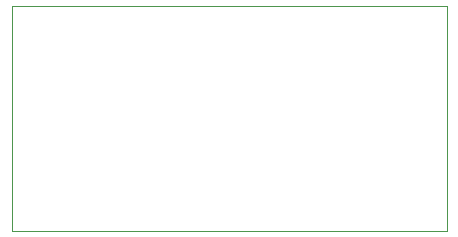
<source format=gbr>
G04 (created by PCBNEW (2013-jun-18)-testing) date Sun 14 Jul 2013 06:49:30 PM EEST*
%MOIN*%
G04 Gerber Fmt 3.4, Leading zero omitted, Abs format*
%FSLAX34Y34*%
G01*
G70*
G90*
G04 APERTURE LIST*
%ADD10C,0.005906*%
%ADD11C,0.003937*%
G04 APERTURE END LIST*
G54D10*
G54D11*
X0Y7500D02*
X0Y0D01*
X14500Y7500D02*
X0Y7500D01*
X14500Y0D02*
X14500Y7500D01*
X0Y0D02*
X14500Y0D01*
M02*

</source>
